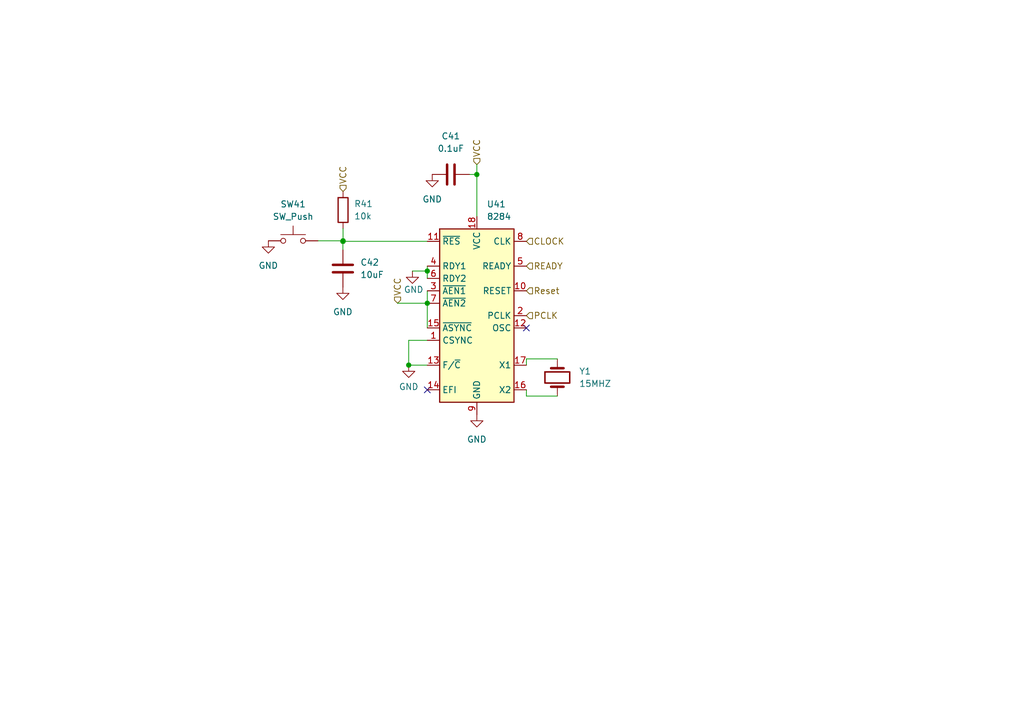
<source format=kicad_sch>
(kicad_sch (version 20211123) (generator eeschema)
  (paper "A5")
  (lib_symbols
    (symbol "Device:C" (pin_numbers hide) (pin_names (offset 0.254))
      (property "Reference" "C" (at 0.635 2.54 0))
      (property "Value" "C" (at 0.635 -2.54 0))
      (symbol "C_0_1"
        (polyline (pts (xy -2.032 -0.762) (xy 2.032 -0.762)) (stroke (width 0.508)))
        (polyline (pts (xy -2.032 0.762) (xy 2.032 0.762)) (stroke (width 0.508)))
      )
      (symbol "C_1_1"
        (pin passive line (at 0 3.81 270) (length 2.794) (name "~") (number "1"))
        (pin passive line (at 0 -3.81 90) (length 2.794) (name "~") (number "2"))
      )
    )
    (symbol "Device:Crystal" (pin_numbers hide) (pin_names (offset 1.016) hide)
      (property "Reference" "Y" (at 0 3.81 0))
      (property "Value" "Crystal" (at 0 -3.81 0))
      (symbol "Crystal_0_1"
        (rectangle (start -1.143 2.54) (end 1.143 -2.54) (stroke (width 0.3048)))
        (polyline (pts (xy -2.54 0) (xy -1.905 0)))
        (polyline (pts (xy -1.905 -1.27) (xy -1.905 1.27)) (stroke (width 0.508)))
        (polyline (pts (xy 1.905 -1.27) (xy 1.905 1.27)) (stroke (width 0.508)))
        (polyline (pts (xy 2.54 0) (xy 1.905 0)))
      )
      (symbol "Crystal_1_1"
        (pin passive line (at -3.81 0 0) (length 1.27) (name "1") (number "1"))
        (pin passive line (at 3.81 0 180) (length 1.27) (name "2") (number "2"))
      )
    )
    (symbol "Device:R" (pin_numbers hide) (pin_names (offset 0))
      (property "Reference" "R" (at 2.032 0 90))
      (property "Value" "R" (at 0 0 90))
      (symbol "R_0_1"
        (rectangle (start -1.016 -2.54) (end 1.016 2.54) (stroke (width 0.254)))
      )
      (symbol "R_1_1"
        (pin passive line (at 0 3.81 270) (length 1.27) (name "~") (number "1"))
        (pin passive line (at 0 -3.81 90) (length 1.27) (name "~") (number "2"))
      )
    )
    (symbol "Switch:SW_Push" (pin_numbers hide) (pin_names (offset 1.016) hide)
      (property "Reference" "SW" (at 1.27 2.54 0))
      (property "Value" "SW_Push" (at 0 -1.524 0))
      (symbol "SW_Push_0_1"
        (circle (center -2.032 0) (radius 0.508))
        (polyline (pts (xy 0 1.27) (xy 0 3.048)))
        (polyline (pts (xy 2.54 1.27) (xy -2.54 1.27)))
        (circle (center 2.032 0) (radius 0.508))
        (pin passive line (at -5.08 0 0) (length 2.54) (name "1") (number "1"))
        (pin passive line (at 5.08 0 180) (length 2.54) (name "2") (number "2"))
      )
    )
    (symbol "Timer:8284"
      (property "Reference" "U" (at -3.81 19.05 0))
      (property "Value" "8284" (at 2.54 19.05 0))
      (symbol "8284_0_0"
        (rectangle (start -7.62 -17.78) (end 7.62 17.78) (stroke (width 0.254)) (fill (type background)))
      )
      (symbol "8284_1_1"
        (pin input line (at -10.16 -5.08 0) (length 2.54) (name "CSYNC") (number "1"))
        (pin output line (at 10.16 5.08 180) (length 2.54) (name "RESET") (number "10"))
        (pin input line (at -10.16 15.24 0) (length 2.54) (name "~{RES}") (number "11"))
        (pin output line (at 10.16 -2.54 180) (length 2.54) (name "OSC") (number "12"))
        (pin input line (at -10.16 -10.16 0) (length 2.54) (name "F/~{C}") (number "13"))
        (pin input line (at -10.16 -15.24 0) (length 2.54) (name "EFI") (number "14"))
        (pin input line (at -10.16 -2.54 0) (length 2.54) (name "~{ASYNC}") (number "15"))
        (pin output line (at 10.16 -15.24 180) (length 2.54) (name "X2") (number "16"))
        (pin input line (at 10.16 -10.16 180) (length 2.54) (name "X1") (number "17"))
        (pin power_in line (at 0 20.32 270) (length 2.54) (name "VCC") (number "18"))
        (pin output line (at 10.16 0 180) (length 2.54) (name "PCLK") (number "2"))
        (pin input line (at -10.16 5.08 0) (length 2.54) (name "~{AEN1}") (number "3"))
        (pin input line (at -10.16 10.16 0) (length 2.54) (name "RDY1") (number "4"))
        (pin output line (at 10.16 10.16 180) (length 2.54) (name "READY") (number "5"))
        (pin input line (at -10.16 7.62 0) (length 2.54) (name "RDY2") (number "6"))
        (pin input line (at -10.16 2.54 0) (length 2.54) (name "~{AEN2}") (number "7"))
        (pin output line (at 10.16 15.24 180) (length 2.54) (name "CLK") (number "8"))
        (pin power_in line (at 0 -20.32 90) (length 2.54) (name "GND") (number "9"))
      )
    )
    (symbol "power:GND" (power) (pin_names (offset 0))
      (property "Value" "GND" (at 0 -3.81 0))
      (symbol "GND_0_1"
        (polyline (pts (xy 0 0) (xy 0 -1.27) (xy 1.27 -1.27) (xy 0 -2.54) (xy -1.27 -1.27) (xy 0 -1.27)))
      )
      (symbol "GND_1_1"
        (pin power_in line (at 0 0 270) (length 0) hide (name "GND") (number "1"))
      )
    )
  )
  (junction (at 70.358 49.4184))
  (junction (at 70.358 49.53))
  (junction (at 87.63 55.626))
  (junction (at 83.82 74.93))
  (junction (at 87.63 62.23))
  (junction (at 70.3153 49.53))
  (junction (at 97.79 35.814))
  (no_connect (at 87.63 80.01))
  (no_connect (at 107.95 67.31))
  (wire (pts (xy 114.3 73.66) (xy 107.95 73.66)))
  (wire (pts (xy 107.95 81.28) (xy 114.3 81.28)))
  (wire (pts (xy 65.1967 49.4184) (xy 70.358 49.4184)))
  (wire (pts (xy 87.63 55.626) (xy 87.63 57.15)))
  (wire (pts (xy 70.3153 51.308) (xy 70.3153 49.53)))
  (wire (pts (xy 83.82 74.93) (xy 87.63 74.93)))
  (wire (pts (xy 84.582 55.626) (xy 87.63 55.626)))
  (wire (pts (xy 107.95 73.66) (xy 107.95 74.93)))
  (wire (pts (xy 83.82 69.85) (xy 83.82 74.93)))
  (wire (pts (xy 81.534 62.23) (xy 87.63 62.23)))
  (wire (pts (xy 107.95 80.01) (xy 107.95 81.28)))
  (wire (pts (xy 97.79 35.814) (xy 97.79 44.45)))
  (wire (pts (xy 97.79 33.782) (xy 97.79 35.814)))
  (wire (pts (xy 70.358 49.4184) (xy 70.358 49.53)))
  (wire (pts (xy 87.63 69.85) (xy 83.82 69.85)))
  (wire (pts (xy 97.79 35.814) (xy 96.266 35.814)))
  (wire (pts (xy 70.358 49.53) (xy 87.63 49.53)))
  (wire (pts (xy 70.358 46.9137) (xy 70.358 49.4184)))
  (wire (pts (xy 87.63 59.69) (xy 87.63 62.23)))
  (wire (pts (xy 70.3153 49.53) (xy 70.358 49.53)))
  (wire (pts (xy 87.63 62.23) (xy 87.63 67.31)))
  (wire (pts (xy 87.63 54.61) (xy 87.63 55.626)))
  (hierarchical_label "PCLK" (shape input) (at 107.95 64.77 0))
  (hierarchical_label "VCC" (shape input) (at 97.79 33.782 90))
  (hierarchical_label "READY" (shape input) (at 107.95 54.61 0))
  (hierarchical_label "VCC" (shape input) (at 81.534 62.23 90))
  (hierarchical_label "VCC" (shape input) (at 70.358 39.2937 90))
  (hierarchical_label "CLOCK" (shape input) (at 107.95 49.53 0))
  (hierarchical_label "Reset" (shape input) (at 107.95 59.69 0))
  (symbol (lib_id "Device:R") (at 70.358 43.1037 0) (unit 1)
    (property "Reference" "R41" (at 72.6013 41.8336 0) (effects (justify left)))
    (property "Value" "10k" (at 72.6013 44.3736 0) (effects (justify left)))
    (property "Footprint" "Resistor_THT:R_Axial_DIN0204_L3.6mm_D1.6mm_P1.90mm_Vertical" (effects hide))
  )
  (symbol (lib_id "Device:C") (at 92.456 35.814 90) (unit 1)
    (property "Reference" "C41" (at 92.456 27.94 90))
    (property "Value" "0.1uF" (at 92.456 30.48 90))
    (property "Footprint" "Capacitor_THT:C_Axial_L3.8mm_D2.6mm_P7.50mm_Horizontal" (effects hide))
  )
  (symbol (lib_id "power:GND") (at 88.646 35.814 0) (unit 1)
    (property "Reference" "#PWR0133" (effects hide))
    (property "Value" "GND" (at 88.646 40.894 0))
  )
  (symbol (lib_id "Switch:SW_Push") (at 60.1167 49.4184 0) (unit 1)
    (property "Reference" "SW41" (at 60.1167 41.91 0))
    (property "Value" "SW_Push" (at 60.1167 44.45 0))
    (property "Footprint" "Button_Switch_THT:SW_Tactile_Straight_KSA0Axx1LFTR" (effects hide))
  )
  (symbol (lib_id "Timer:8284") (at 97.79 64.77 0) (unit 1)
    (property "Reference" "U41" (at 99.8094 41.91 0) (effects (justify left)))
    (property "Value" "8284" (at 99.8094 44.45 0) (effects (justify left)))
    (property "Footprint" "Package_DIP:DIP-18_W7.62mm" (effects hide))
    (property "Datasheet" "http://www.cpu-galaxy.at/cpu/ram%20rom%20eprom/other_intel_chips/other_intel-Dateien/D8284A_Datasheet.pdf" (effects hide))
  )
  (symbol (lib_id "power:GND") (at 84.582 55.626 0) (unit 1)
    (property "Reference" "#PWR0116" (effects hide))
    (property "Value" "GND" (at 84.836 59.436 0))
  )
  (symbol (lib_id "Device:Crystal") (at 114.3 77.47 270) (unit 1)
    (property "Reference" "Y1" (at 118.745 76.1999 90) (effects (justify left)))
    (property "Value" "15MHZ" (at 118.745 78.7399 90) (effects (justify left)))
    (property "Footprint" "Crystal:Crystal_AT310_D3.0mm_L10.0mm_Vertical" (effects hide))
  )
  (symbol (lib_id "Device:C") (at 70.3153 55.118 0) (unit 1)
    (property "Reference" "C42" (at 73.8713 53.8479 0) (effects (justify left)))
    (property "Value" "10uF" (at 73.8713 56.3879 0) (effects (justify left)))
    (property "Footprint" "Capacitor_THT:C_Axial_L3.8mm_D2.6mm_P7.50mm_Horizontal" (effects hide))
  )
  (symbol (lib_id "power:GND") (at 55.0367 49.4184 0) (unit 1)
    (property "Reference" "#PWR0153" (effects hide))
    (property "Value" "GND" (at 55.0367 54.4984 0))
  )
  (symbol (lib_id "power:GND") (at 97.79 85.09 0) (unit 1)
    (property "Reference" "#PWR0149" (effects hide))
    (property "Value" "GND" (at 97.79 90.17 0))
  )
  (symbol (lib_id "power:GND") (at 70.3153 58.928 0) (unit 1)
    (property "Reference" "#PWR0152" (effects hide))
    (property "Value" "GND" (at 70.3153 64.008 0))
  )
  (symbol (lib_id "power:GND") (at 83.82 74.93 0) (unit 1)
    (property "Reference" "#PWR0150" (effects hide))
    (property "Value" "GND" (at 83.82 79.375 0))
  )
)
</source>
